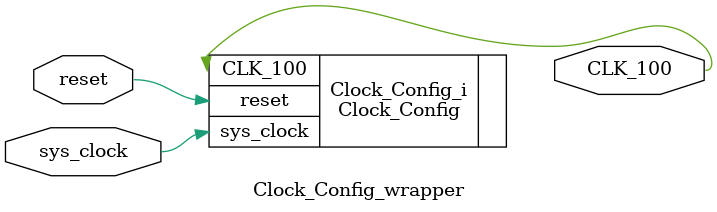
<source format=v>
`timescale 1 ps / 1 ps

module Clock_Config_wrapper
   (CLK_100,
    reset,
    sys_clock);
  output CLK_100;
  input reset;
  input sys_clock;

  wire CLK_100;
  wire reset;
  wire sys_clock;

  Clock_Config Clock_Config_i
       (.CLK_100(CLK_100),
        .reset(reset),
        .sys_clock(sys_clock));
endmodule

</source>
